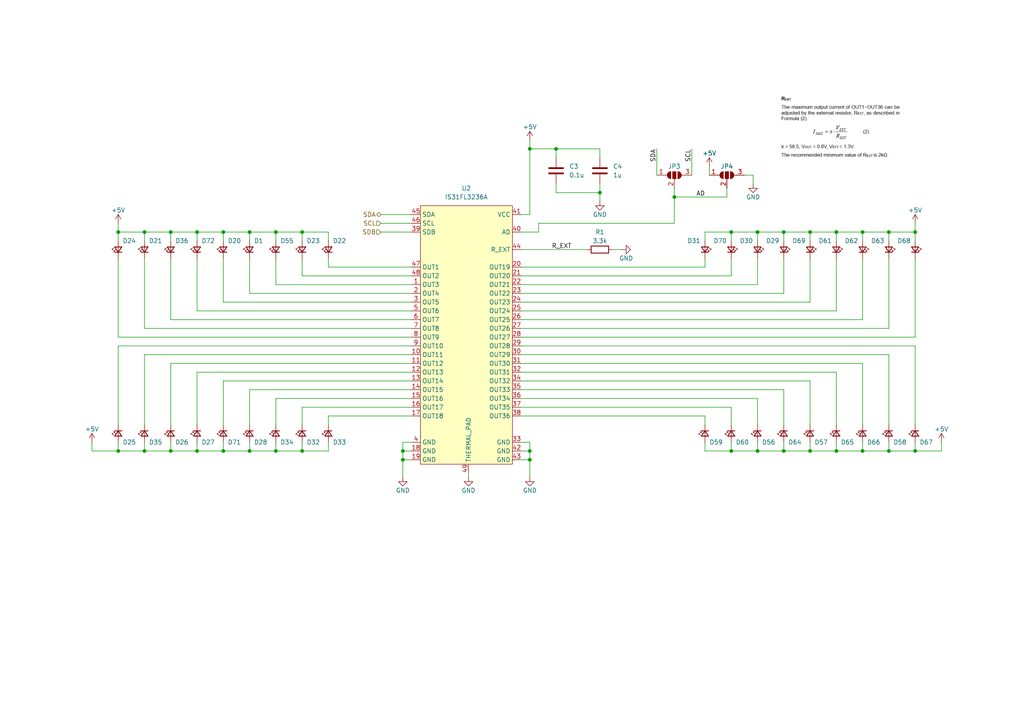
<source format=kicad_sch>
(kicad_sch (version 20211123) (generator eeschema)
  (paper "A4")
  (lib_symbols
    (symbol "Device:C" (pin_numbers hide) (pin_names (offset 0.254))
      (property "Reference" "C" (at 0.635 2.54 0))
      (property "Value" "C" (at 0.635 -2.54 0))
      (symbol "C_0_1"
        (polyline (pts (xy -2.032 -0.762) (xy 2.032 -0.762)) (stroke (width 0.508)))
        (polyline (pts (xy -2.032 0.762) (xy 2.032 0.762)) (stroke (width 0.508)))
      )
      (symbol "C_1_1"
        (pin passive line (at 0 3.81 270) (length 2.794) (name "~") (number "1"))
        (pin passive line (at 0 -3.81 90) (length 2.794) (name "~") (number "2"))
      )
    )
    (symbol "Device:LED_Small" (pin_numbers hide) (pin_names (offset 0.254) hide)
      (property "Reference" "D" (at -1.27 3.175 0))
      (property "Value" "LED_Small" (at -4.445 -2.54 0))
      (symbol "LED_Small_0_1"
        (polyline (pts (xy -0.762 -1.016) (xy -0.762 1.016)) (stroke (width 0.254)))
        (polyline (pts (xy 1.016 0) (xy -0.762 0)))
        (polyline (pts (xy 0.762 -1.016) (xy -0.762 0) (xy 0.762 1.016) (xy 0.762 -1.016)) (stroke (width 0.254)))
        (polyline (pts (xy 0 0.762) (xy -0.508 1.27) (xy -0.254 1.27) (xy -0.508 1.27) (xy -0.508 1.016)))
        (polyline (pts (xy 0.508 1.27) (xy 0 1.778) (xy 0.254 1.778) (xy 0 1.778) (xy 0 1.524)))
      )
      (symbol "LED_Small_1_1"
        (pin passive line (at -2.54 0 0) (length 1.778) (name "K") (number "1"))
        (pin passive line (at 2.54 0 180) (length 1.778) (name "A") (number "2"))
      )
    )
    (symbol "Device:R" (pin_numbers hide) (pin_names (offset 0))
      (property "Reference" "R" (at 2.032 0 90))
      (property "Value" "R" (at 0 0 90))
      (symbol "R_0_1"
        (rectangle (start -1.016 -2.54) (end 1.016 2.54) (stroke (width 0.254)))
      )
      (symbol "R_1_1"
        (pin passive line (at 0 3.81 270) (length 1.27) (name "~") (number "1"))
        (pin passive line (at 0 -3.81 90) (length 1.27) (name "~") (number "2"))
      )
    )
    (symbol "Jumper:SolderJumper_3_Open" (pin_names (offset 0) hide)
      (property "Reference" "JP" (at -2.54 -2.54 0))
      (property "Value" "SolderJumper_3_Open" (at 0 2.794 0))
      (symbol "SolderJumper_3_Open_0_1"
        (arc (start -1.016 1.016) (mid -2.032 0) (end -1.016 -1.016))
        (arc (start -1.016 1.016) (mid -2.032 0) (end -1.016 -1.016) (fill (type outline)))
        (rectangle (start -0.508 1.016) (end 0.508 -1.016) (fill (type outline)))
        (polyline (pts (xy -2.54 0) (xy -2.032 0)))
        (polyline (pts (xy -1.016 1.016) (xy -1.016 -1.016)))
        (polyline (pts (xy 0 -1.27) (xy 0 -1.016)))
        (polyline (pts (xy 1.016 1.016) (xy 1.016 -1.016)))
        (polyline (pts (xy 2.54 0) (xy 2.032 0)))
        (arc (start 1.016 -1.016) (mid 2.032 0) (end 1.016 1.016))
        (arc (start 1.016 -1.016) (mid 2.032 0) (end 1.016 1.016) (fill (type outline)))
      )
      (symbol "SolderJumper_3_Open_1_1"
        (pin passive line (at -5.08 0 0) (length 2.54) (name "A") (number "1"))
        (pin passive line (at 0 -3.81 90) (length 2.54) (name "C") (number "2"))
        (pin passive line (at 5.08 0 180) (length 2.54) (name "B") (number "3"))
      )
    )
    (symbol "WHL0137-LS:IS31FL3236A"
      (property "Reference" "U" (at 13.97 3.81 0))
      (property "Value" "IS31FL3236A" (at 13.97 1.27 0))
      (symbol "IS31FL3236A_0_0"
        (pin output line (at -2.54 -43.18 0) (length 2.54) (name "OUT11") (number "10"))
        (pin output line (at -2.54 -45.72 0) (length 2.54) (name "OUT12") (number "11"))
        (pin output line (at -2.54 -48.26 0) (length 2.54) (name "OUT13") (number "12"))
        (pin output line (at -2.54 -50.8 0) (length 2.54) (name "OUT14") (number "13"))
        (pin output line (at -2.54 -53.34 0) (length 2.54) (name "OUT15") (number "14"))
        (pin output line (at -2.54 -55.88 0) (length 2.54) (name "OUT16") (number "15"))
        (pin output line (at -2.54 -58.42 0) (length 2.54) (name "OUT17") (number "16"))
        (pin output line (at -2.54 -60.96 0) (length 2.54) (name "OUT18") (number "17"))
        (pin passive line (at -2.54 -71.12 0) (length 2.54) (name "GND") (number "18"))
        (pin passive line (at -2.54 -73.66 0) (length 2.54) (name "GND") (number "19"))
        (pin output line (at 29.21 -17.78 180) (length 2.54) (name "OUT19") (number "20"))
        (pin output line (at 29.21 -20.32 180) (length 2.54) (name "OUT20") (number "21"))
        (pin output line (at 29.21 -22.86 180) (length 2.54) (name "OUT21") (number "22"))
        (pin output line (at 29.21 -25.4 180) (length 2.54) (name "OUT22") (number "23"))
        (pin output line (at 29.21 -27.94 180) (length 2.54) (name "OUT23") (number "24"))
        (pin output line (at 29.21 -30.48 180) (length 2.54) (name "OUT24") (number "25"))
        (pin output line (at 29.21 -33.02 180) (length 2.54) (name "OUT25") (number "26"))
        (pin output line (at 29.21 -35.56 180) (length 2.54) (name "OUT26") (number "27"))
        (pin output line (at 29.21 -38.1 180) (length 2.54) (name "OUT27") (number "28"))
        (pin output line (at 29.21 -40.64 180) (length 2.54) (name "OUT28") (number "29"))
        (pin output line (at 29.21 -43.18 180) (length 2.54) (name "OUT29") (number "30"))
        (pin output line (at 29.21 -45.72 180) (length 2.54) (name "OUT30") (number "31"))
        (pin output line (at 29.21 -48.26 180) (length 2.54) (name "OUT31") (number "32"))
        (pin passive line (at 29.21 -68.58 180) (length 2.54) (name "GND") (number "33"))
        (pin output line (at 29.21 -50.8 180) (length 2.54) (name "OUT32") (number "34"))
        (pin output line (at 29.21 -53.34 180) (length 2.54) (name "OUT33") (number "35"))
        (pin output line (at 29.21 -55.88 180) (length 2.54) (name "OUT34") (number "36"))
        (pin output line (at 29.21 -58.42 180) (length 2.54) (name "OUT35") (number "37"))
        (pin output line (at 29.21 -60.96 180) (length 2.54) (name "OUT36") (number "38"))
        (pin input line (at -2.54 -7.62 0) (length 2.54) (name "SDB") (number "39"))
        (pin passive line (at -2.54 -68.58 0) (length 2.54) (name "GND") (number "4"))
        (pin input line (at 29.21 -7.62 180) (length 2.54) (name "AD") (number "40"))
        (pin power_in line (at 29.21 -2.54 180) (length 2.54) (name "VCC") (number "41"))
        (pin passive line (at 29.21 -71.12 180) (length 2.54) (name "GND") (number "42"))
        (pin passive line (at 29.21 -73.66 180) (length 2.54) (name "GND") (number "43"))
        (pin passive line (at 29.21 -12.7 180) (length 2.54) (name "R_EXT") (number "44"))
        (pin bidirectional line (at -2.54 -2.54 0) (length 2.54) (name "SDA") (number "45"))
        (pin input line (at -2.54 -5.08 0) (length 2.54) (name "SCL") (number "46"))
        (pin output line (at -2.54 -17.78 0) (length 2.54) (name "OUT1") (number "47"))
        (pin output line (at -2.54 -20.32 0) (length 2.54) (name "OUT2") (number "48"))
        (pin output line (at -2.54 -30.48 0) (length 2.54) (name "OUT6") (number "5"))
        (pin output line (at -2.54 -33.02 0) (length 2.54) (name "OUT7") (number "6"))
        (pin output line (at -2.54 -35.56 0) (length 2.54) (name "OUT8") (number "7"))
        (pin output line (at -2.54 -38.1 0) (length 2.54) (name "OUT9") (number "8"))
        (pin output line (at -2.54 -40.64 0) (length 2.54) (name "OUT10") (number "9"))
      )
      (symbol "IS31FL3236A_0_1"
        (rectangle (start 0 0) (end 26.67 -74.93) (fill (type background)))
      )
      (symbol "IS31FL3236A_1_1"
        (pin output line (at -2.54 -22.86 0) (length 2.54) (name "OUT3") (number "1"))
        (pin output line (at -2.54 -25.4 0) (length 2.54) (name "OUT4") (number "2"))
        (pin output line (at -2.54 -27.94 0) (length 2.54) (name "OUT5") (number "3"))
        (pin passive line (at 13.97 -77.47 90) (length 2.54) (name "THERMAL_PAD") (number "49"))
      )
    )
    (symbol "power:+5V" (power) (pin_names (offset 0))
      (property "Value" "+5V" (at 0 3.556 0))
      (symbol "+5V_0_1"
        (polyline (pts (xy -0.762 1.27) (xy 0 2.54)))
        (polyline (pts (xy 0 0) (xy 0 2.54)))
        (polyline (pts (xy 0 2.54) (xy 0.762 1.27)))
      )
      (symbol "+5V_1_1"
        (pin power_in line (at 0 0 90) (length 0) hide (name "+5V") (number "1"))
      )
    )
    (symbol "power:GND" (power) (pin_names (offset 0))
      (property "Value" "GND" (at 0 -3.81 0))
      (symbol "GND_0_1"
        (polyline (pts (xy 0 0) (xy 0 -1.27) (xy 1.27 -1.27) (xy 0 -2.54) (xy -1.27 -1.27) (xy 0 -1.27)))
      )
      (symbol "GND_1_1"
        (pin power_in line (at 0 0 270) (length 0) hide (name "GND") (number "1"))
      )
    )
  )
  (junction (at 227.33 67.31))
  (junction (at 72.39 130.81))
  (junction (at 219.71 130.81))
  (junction (at 173.99 55.88))
  (junction (at 161.29 43.18))
  (junction (at 41.91 67.31))
  (junction (at 41.91 130.81))
  (junction (at 87.63 67.31))
  (junction (at 257.81 130.81))
  (junction (at 153.67 130.81))
  (junction (at 234.95 130.81))
  (junction (at 80.01 130.81))
  (junction (at 72.39 67.31))
  (junction (at 212.09 130.81))
  (junction (at 64.77 130.81))
  (junction (at 257.81 67.31))
  (junction (at 64.77 67.31))
  (junction (at 234.95 67.31))
  (junction (at 116.84 130.81))
  (junction (at 219.71 67.31))
  (junction (at 227.33 130.81))
  (junction (at 153.67 133.35))
  (junction (at 242.57 130.81))
  (junction (at 87.63 130.81))
  (junction (at 34.29 67.31))
  (junction (at 80.01 67.31))
  (junction (at 265.43 130.81))
  (junction (at 250.19 130.81))
  (junction (at 57.15 67.31))
  (junction (at 49.53 67.31))
  (junction (at 49.53 130.81))
  (junction (at 242.57 67.31))
  (junction (at 116.84 133.35))
  (junction (at 34.29 130.81))
  (junction (at 195.58 57.15))
  (junction (at 153.67 43.18))
  (junction (at 250.19 67.31))
  (junction (at 265.43 67.31))
  (junction (at 212.09 67.31))
  (junction (at 57.15 130.81))
  (wire (pts (xy 177.8 72.39) (xy 180.34 72.39)))
  (wire (pts (xy 87.63 118.11) (xy 87.63 123.19)))
  (wire (pts (xy 49.53 92.71) (xy 119.38 92.71)))
  (wire (pts (xy 161.29 55.88) (xy 161.29 53.34)))
  (wire (pts (xy 87.63 80.01) (xy 87.63 74.93)))
  (wire (pts (xy 153.67 133.35) (xy 153.67 130.81)))
  (wire (pts (xy 234.95 67.31) (xy 242.57 67.31)))
  (wire (pts (xy 87.63 67.31) (xy 80.01 67.31)))
  (wire (pts (xy 119.38 118.11) (xy 87.63 118.11)))
  (wire (pts (xy 95.25 120.65) (xy 119.38 120.65)))
  (wire (pts (xy 49.53 105.41) (xy 119.38 105.41)))
  (wire (pts (xy 57.15 67.31) (xy 49.53 67.31)))
  (wire (pts (xy 80.01 115.57) (xy 119.38 115.57)))
  (wire (pts (xy 64.77 130.81) (xy 64.77 128.27)))
  (wire (pts (xy 95.25 77.47) (xy 119.38 77.47)))
  (wire (pts (xy 204.47 120.65) (xy 151.13 120.65)))
  (wire (pts (xy 257.81 67.31) (xy 265.43 67.31)))
  (wire (pts (xy 242.57 107.95) (xy 242.57 123.19)))
  (wire (pts (xy 212.09 80.01) (xy 212.09 74.93)))
  (wire (pts (xy 116.84 130.81) (xy 116.84 128.27)))
  (wire (pts (xy 135.89 137.16) (xy 135.89 138.43)))
  (wire (pts (xy 234.95 130.81) (xy 242.57 130.81)))
  (wire (pts (xy 173.99 55.88) (xy 161.29 55.88)))
  (wire (pts (xy 57.15 130.81) (xy 57.15 128.27)))
  (wire (pts (xy 119.38 107.95) (xy 57.15 107.95)))
  (wire (pts (xy 212.09 130.81) (xy 219.71 130.81)))
  (wire (pts (xy 257.81 102.87) (xy 257.81 123.19)))
  (wire (pts (xy 110.49 62.23) (xy 119.38 62.23)))
  (wire (pts (xy 80.01 130.81) (xy 80.01 128.27)))
  (wire (pts (xy 173.99 53.34) (xy 173.99 55.88)))
  (wire (pts (xy 41.91 102.87) (xy 41.91 123.19)))
  (wire (pts (xy 151.13 85.09) (xy 227.33 85.09)))
  (wire (pts (xy 151.13 118.11) (xy 212.09 118.11)))
  (wire (pts (xy 153.67 43.18) (xy 153.67 40.64)))
  (wire (pts (xy 87.63 130.81) (xy 87.63 128.27)))
  (wire (pts (xy 151.13 130.81) (xy 153.67 130.81)))
  (wire (pts (xy 119.38 110.49) (xy 64.77 110.49)))
  (wire (pts (xy 57.15 90.17) (xy 57.15 74.93)))
  (wire (pts (xy 273.05 130.81) (xy 265.43 130.81)))
  (wire (pts (xy 204.47 123.19) (xy 204.47 120.65)))
  (wire (pts (xy 153.67 128.27) (xy 151.13 128.27)))
  (wire (pts (xy 204.47 77.47) (xy 151.13 77.47)))
  (wire (pts (xy 34.29 67.31) (xy 34.29 69.85)))
  (wire (pts (xy 204.47 67.31) (xy 212.09 67.31)))
  (wire (pts (xy 242.57 130.81) (xy 242.57 128.27)))
  (wire (pts (xy 227.33 130.81) (xy 234.95 130.81)))
  (wire (pts (xy 72.39 130.81) (xy 72.39 128.27)))
  (wire (pts (xy 219.71 123.19) (xy 219.71 115.57)))
  (wire (pts (xy 64.77 87.63) (xy 64.77 74.93)))
  (wire (pts (xy 156.21 64.77) (xy 195.58 64.77)))
  (wire (pts (xy 273.05 128.27) (xy 273.05 130.81)))
  (wire (pts (xy 64.77 130.81) (xy 57.15 130.81)))
  (wire (pts (xy 116.84 133.35) (xy 116.84 130.81)))
  (wire (pts (xy 49.53 130.81) (xy 41.91 130.81)))
  (wire (pts (xy 26.67 128.27) (xy 26.67 130.81)))
  (wire (pts (xy 49.53 123.19) (xy 49.53 105.41)))
  (wire (pts (xy 119.38 95.25) (xy 41.91 95.25)))
  (wire (pts (xy 41.91 67.31) (xy 34.29 67.31)))
  (wire (pts (xy 72.39 85.09) (xy 72.39 74.93)))
  (wire (pts (xy 119.38 133.35) (xy 116.84 133.35)))
  (wire (pts (xy 250.19 130.81) (xy 250.19 128.27)))
  (wire (pts (xy 49.53 67.31) (xy 49.53 69.85)))
  (wire (pts (xy 219.71 67.31) (xy 219.71 69.85)))
  (wire (pts (xy 151.13 87.63) (xy 234.95 87.63)))
  (wire (pts (xy 119.38 113.03) (xy 72.39 113.03)))
  (wire (pts (xy 95.25 69.85) (xy 95.25 67.31)))
  (wire (pts (xy 227.33 67.31) (xy 234.95 67.31)))
  (wire (pts (xy 116.84 138.43) (xy 116.84 133.35)))
  (wire (pts (xy 95.25 123.19) (xy 95.25 120.65)))
  (wire (pts (xy 200.66 43.18) (xy 200.66 50.8)))
  (wire (pts (xy 72.39 67.31) (xy 72.39 69.85)))
  (wire (pts (xy 161.29 43.18) (xy 161.29 45.72)))
  (wire (pts (xy 173.99 45.72) (xy 173.99 43.18)))
  (wire (pts (xy 210.82 54.61) (xy 210.82 57.15)))
  (wire (pts (xy 204.47 74.93) (xy 204.47 77.47)))
  (wire (pts (xy 212.09 130.81) (xy 212.09 128.27)))
  (wire (pts (xy 119.38 130.81) (xy 116.84 130.81)))
  (wire (pts (xy 34.29 130.81) (xy 34.29 128.27)))
  (wire (pts (xy 119.38 80.01) (xy 87.63 80.01)))
  (wire (pts (xy 41.91 67.31) (xy 41.91 69.85)))
  (wire (pts (xy 210.82 57.15) (xy 195.58 57.15)))
  (wire (pts (xy 173.99 43.18) (xy 161.29 43.18)))
  (wire (pts (xy 151.13 113.03) (xy 227.33 113.03)))
  (wire (pts (xy 195.58 57.15) (xy 195.58 64.77)))
  (wire (pts (xy 242.57 90.17) (xy 242.57 74.93)))
  (wire (pts (xy 265.43 100.33) (xy 265.43 123.19)))
  (wire (pts (xy 34.29 97.79) (xy 34.29 74.93)))
  (wire (pts (xy 151.13 97.79) (xy 265.43 97.79)))
  (wire (pts (xy 242.57 67.31) (xy 250.19 67.31)))
  (wire (pts (xy 57.15 67.31) (xy 57.15 69.85)))
  (wire (pts (xy 250.19 92.71) (xy 151.13 92.71)))
  (wire (pts (xy 80.01 67.31) (xy 80.01 69.85)))
  (wire (pts (xy 190.5 43.18) (xy 190.5 50.8)))
  (wire (pts (xy 234.95 87.63) (xy 234.95 74.93)))
  (wire (pts (xy 49.53 67.31) (xy 41.91 67.31)))
  (wire (pts (xy 119.38 85.09) (xy 72.39 85.09)))
  (wire (pts (xy 41.91 130.81) (xy 34.29 130.81)))
  (wire (pts (xy 219.71 130.81) (xy 219.71 128.27)))
  (wire (pts (xy 87.63 130.81) (xy 80.01 130.81)))
  (wire (pts (xy 156.21 67.31) (xy 156.21 64.77)))
  (wire (pts (xy 219.71 115.57) (xy 151.13 115.57)))
  (wire (pts (xy 49.53 130.81) (xy 49.53 128.27)))
  (wire (pts (xy 242.57 130.81) (xy 250.19 130.81)))
  (wire (pts (xy 195.58 54.61) (xy 195.58 57.15)))
  (wire (pts (xy 57.15 107.95) (xy 57.15 123.19)))
  (wire (pts (xy 250.19 67.31) (xy 250.19 69.85)))
  (wire (pts (xy 227.33 113.03) (xy 227.33 123.19)))
  (wire (pts (xy 151.13 67.31) (xy 156.21 67.31)))
  (wire (pts (xy 151.13 95.25) (xy 257.81 95.25)))
  (wire (pts (xy 215.9 50.8) (xy 218.44 50.8)))
  (wire (pts (xy 72.39 130.81) (xy 64.77 130.81)))
  (wire (pts (xy 80.01 130.81) (xy 72.39 130.81)))
  (wire (pts (xy 119.38 100.33) (xy 34.29 100.33)))
  (wire (pts (xy 119.38 90.17) (xy 57.15 90.17)))
  (wire (pts (xy 257.81 130.81) (xy 257.81 128.27)))
  (wire (pts (xy 204.47 130.81) (xy 212.09 130.81)))
  (wire (pts (xy 219.71 67.31) (xy 227.33 67.31)))
  (wire (pts (xy 151.13 110.49) (xy 234.95 110.49)))
  (wire (pts (xy 265.43 97.79) (xy 265.43 74.93)))
  (wire (pts (xy 80.01 82.55) (xy 119.38 82.55)))
  (wire (pts (xy 153.67 62.23) (xy 153.67 43.18)))
  (wire (pts (xy 265.43 67.31) (xy 265.43 69.85)))
  (wire (pts (xy 119.38 97.79) (xy 34.29 97.79)))
  (wire (pts (xy 41.91 95.25) (xy 41.91 74.93)))
  (wire (pts (xy 95.25 67.31) (xy 87.63 67.31)))
  (wire (pts (xy 57.15 130.81) (xy 49.53 130.81)))
  (wire (pts (xy 257.81 67.31) (xy 257.81 69.85)))
  (wire (pts (xy 151.13 107.95) (xy 242.57 107.95)))
  (wire (pts (xy 153.67 130.81) (xy 153.67 128.27)))
  (wire (pts (xy 153.67 138.43) (xy 153.67 133.35)))
  (wire (pts (xy 72.39 67.31) (xy 64.77 67.31)))
  (wire (pts (xy 265.43 64.77) (xy 265.43 67.31)))
  (wire (pts (xy 151.13 62.23) (xy 153.67 62.23)))
  (wire (pts (xy 250.19 105.41) (xy 250.19 123.19)))
  (wire (pts (xy 34.29 64.77) (xy 34.29 67.31)))
  (wire (pts (xy 110.49 67.31) (xy 119.38 67.31)))
  (wire (pts (xy 116.84 128.27) (xy 119.38 128.27)))
  (wire (pts (xy 250.19 130.81) (xy 257.81 130.81)))
  (wire (pts (xy 80.01 123.19) (xy 80.01 115.57)))
  (wire (pts (xy 212.09 67.31) (xy 212.09 69.85)))
  (wire (pts (xy 151.13 80.01) (xy 212.09 80.01)))
  (wire (pts (xy 64.77 67.31) (xy 57.15 67.31)))
  (wire (pts (xy 257.81 95.25) (xy 257.81 74.93)))
  (wire (pts (xy 151.13 72.39) (xy 170.18 72.39)))
  (wire (pts (xy 72.39 113.03) (xy 72.39 123.19)))
  (wire (pts (xy 110.49 64.77) (xy 119.38 64.77)))
  (wire (pts (xy 204.47 128.27) (xy 204.47 130.81)))
  (wire (pts (xy 151.13 90.17) (xy 242.57 90.17)))
  (wire (pts (xy 173.99 55.88) (xy 173.99 58.42)))
  (wire (pts (xy 250.19 74.93) (xy 250.19 92.71)))
  (wire (pts (xy 151.13 133.35) (xy 153.67 133.35)))
  (wire (pts (xy 250.19 67.31) (xy 257.81 67.31)))
  (wire (pts (xy 49.53 74.93) (xy 49.53 92.71)))
  (wire (pts (xy 227.33 67.31) (xy 227.33 69.85)))
  (wire (pts (xy 80.01 74.93) (xy 80.01 82.55)))
  (wire (pts (xy 219.71 130.81) (xy 227.33 130.81)))
  (wire (pts (xy 205.74 48.26) (xy 205.74 50.8)))
  (wire (pts (xy 234.95 110.49) (xy 234.95 123.19)))
  (wire (pts (xy 87.63 67.31) (xy 87.63 69.85)))
  (wire (pts (xy 95.25 74.93) (xy 95.25 77.47)))
  (wire (pts (xy 95.25 130.81) (xy 87.63 130.81)))
  (wire (pts (xy 250.19 105.41) (xy 151.13 105.41)))
  (wire (pts (xy 227.33 130.81) (xy 227.33 128.27)))
  (wire (pts (xy 219.71 74.93) (xy 219.71 82.55)))
  (wire (pts (xy 26.67 130.81) (xy 34.29 130.81)))
  (wire (pts (xy 119.38 87.63) (xy 64.77 87.63)))
  (wire (pts (xy 204.47 69.85) (xy 204.47 67.31)))
  (wire (pts (xy 64.77 67.31) (xy 64.77 69.85)))
  (wire (pts (xy 218.44 50.8) (xy 218.44 53.34)))
  (wire (pts (xy 151.13 100.33) (xy 265.43 100.33)))
  (wire (pts (xy 80.01 67.31) (xy 72.39 67.31)))
  (wire (pts (xy 265.43 130.81) (xy 265.43 128.27)))
  (wire (pts (xy 95.25 128.27) (xy 95.25 130.81)))
  (wire (pts (xy 41.91 130.81) (xy 41.91 128.27)))
  (wire (pts (xy 234.95 130.81) (xy 234.95 128.27)))
  (wire (pts (xy 34.29 100.33) (xy 34.29 123.19)))
  (wire (pts (xy 64.77 110.49) (xy 64.77 123.19)))
  (wire (pts (xy 257.81 130.81) (xy 265.43 130.81)))
  (wire (pts (xy 227.33 85.09) (xy 227.33 74.93)))
  (wire (pts (xy 234.95 67.31) (xy 234.95 69.85)))
  (wire (pts (xy 153.67 43.18) (xy 161.29 43.18)))
  (wire (pts (xy 212.09 67.31) (xy 219.71 67.31)))
  (wire (pts (xy 219.71 82.55) (xy 151.13 82.55)))
  (wire (pts (xy 242.57 67.31) (xy 242.57 69.85)))
  (wire (pts (xy 212.09 118.11) (xy 212.09 123.19)))
  (wire (pts (xy 119.38 102.87) (xy 41.91 102.87)))
  (wire (pts (xy 151.13 102.87) (xy 257.81 102.87)))
  (image (at 243.84 36.83))
  (label "SDA" (at 190.5 46.99 90))
  (label "AD" (at 201.93 57.15 0))
  (label "R_EXT" (at 160.02 72.39 0))
  (label "SCL" (at 200.66 46.99 90))
  (hierarchical_label "SDA" (shape bidirectional) (at 110.49 62.23 180))
  (hierarchical_label "SDB" (shape input) (at 110.49 67.31 180))
  (hierarchical_label "SCL" (shape input) (at 110.49 64.77 180))
  (symbol (lib_id "Device:LED_Small") (at 64.77 125.73 90) (mirror x) (unit 1)
    (property "Reference" "D71" (at 66.04 128.27 90) (effects (justify right)))
    (property "Value" "LED_Small" (effects hide))
    (property "Footprint" "LED_THT:LED_D5.0mm" (effects hide))
  )
  (symbol (lib_id "power:+5V") (at 153.67 40.64 0) (unit 1)
    (property "Reference" "#PWR05" (effects hide))
    (property "Value" "+5V" (at 153.67 36.83 0))
  )
  (symbol (lib_id "Device:LED_Small") (at 72.39 125.73 90) (mirror x) (unit 1)
    (property "Reference" "D28" (at 73.66 128.27 90) (effects (justify right)))
    (property "Value" "LED_Small" (effects hide))
    (property "Footprint" "LED_THT:LED_D5.0mm" (effects hide))
  )
  (symbol (lib_id "Device:C") (at 161.29 49.53 0) (unit 1)
    (property "Reference" "C3" (at 165.1 48.2599 0) (effects (justify left)))
    (property "Value" "0.1u" (at 165.1 50.7999 0) (effects (justify left)))
    (property "Footprint" "Capacitor_SMD:C_0805_2012Metric" (effects hide))
  )
  (symbol (lib_id "Device:LED_Small") (at 72.39 72.39 90) (unit 1)
    (property "Reference" "D1" (at 73.66 69.85 90) (effects (justify right)))
    (property "Value" "LED_Small" (effects hide))
    (property "Footprint" "LED_THT:LED_D5.0mm" (effects hide))
  )
  (symbol (lib_id "Device:LED_Small") (at 95.25 125.73 90) (mirror x) (unit 1)
    (property "Reference" "D33" (at 96.52 128.27 90) (effects (justify right)))
    (property "Value" "LED_Small" (effects hide))
    (property "Footprint" "LED_THT:LED_D5.0mm" (effects hide))
  )
  (symbol (lib_id "power:GND") (at 180.34 72.39 90) (unit 1)
    (property "Reference" "#PWR020" (effects hide))
    (property "Value" "GND" (at 181.61 74.93 90))
  )
  (symbol (lib_id "Device:C") (at 173.99 49.53 0) (unit 1)
    (property "Reference" "C4" (at 177.8 48.2599 0) (effects (justify left)))
    (property "Value" "1u" (at 177.8 50.7999 0) (effects (justify left)))
    (property "Footprint" "Capacitor_SMD:C_0805_2012Metric" (effects hide))
  )
  (symbol (lib_id "Device:LED_Small") (at 242.57 125.73 90) (mirror x) (unit 1)
    (property "Reference" "D65" (at 243.84 128.27 90) (effects (justify right)))
    (property "Value" "LED_Small" (effects hide))
    (property "Footprint" "LED_THT:LED_D5.0mm" (effects hide))
  )
  (symbol (lib_id "power:+5V") (at 26.67 128.27 0) (unit 1)
    (property "Reference" "#PWR01" (effects hide))
    (property "Value" "+5V" (at 26.67 124.46 0))
  )
  (symbol (lib_id "power:GND") (at 218.44 53.34 0) (unit 1)
    (property "Reference" "#PWR022" (effects hide))
    (property "Value" "GND" (at 218.44 57.15 0))
  )
  (symbol (lib_id "Device:LED_Small") (at 257.81 125.73 90) (mirror x) (unit 1)
    (property "Reference" "D58" (at 259.08 128.27 90) (effects (justify right)))
    (property "Value" "LED_Small" (effects hide))
    (property "Footprint" "LED_THT:LED_D5.0mm" (effects hide))
  )
  (symbol (lib_id "Device:LED_Small") (at 87.63 125.73 90) (mirror x) (unit 1)
    (property "Reference" "D32" (at 88.9 128.27 90) (effects (justify right)))
    (property "Value" "LED_Small" (effects hide))
    (property "Footprint" "LED_THT:LED_D5.0mm" (effects hide))
  )
  (symbol (lib_id "Device:LED_Small") (at 250.19 125.73 90) (mirror x) (unit 1)
    (property "Reference" "D66" (at 251.46 128.27 90) (effects (justify right)))
    (property "Value" "LED_Small" (effects hide))
    (property "Footprint" "LED_THT:LED_D5.0mm" (effects hide))
  )
  (symbol (lib_id "power:+5V") (at 273.05 128.27 0) (mirror y) (unit 1)
    (property "Reference" "#PWR024" (effects hide))
    (property "Value" "+5V" (at 273.05 124.46 0))
  )
  (symbol (lib_id "Device:LED_Small") (at 257.81 72.39 270) (mirror x) (unit 1)
    (property "Reference" "D63" (at 256.54 69.85 90) (effects (justify right)))
    (property "Value" "LED_Small" (effects hide))
    (property "Footprint" "LED_THT:LED_D5.0mm" (effects hide))
  )
  (symbol (lib_id "power:GND") (at 116.84 138.43 0) (mirror y) (unit 1)
    (property "Reference" "#PWR03" (effects hide))
    (property "Value" "GND" (at 116.84 142.24 0))
  )
  (symbol (lib_id "Device:LED_Small") (at 242.57 72.39 270) (mirror x) (unit 1)
    (property "Reference" "D61" (at 241.3 69.85 90) (effects (justify right)))
    (property "Value" "LED_Small" (effects hide))
    (property "Footprint" "LED_THT:LED_D5.0mm" (effects hide))
  )
  (symbol (lib_id "Device:LED_Small") (at 57.15 72.39 90) (unit 1)
    (property "Reference" "D72" (at 58.42 69.85 90) (effects (justify right)))
    (property "Value" "LED_Small" (effects hide))
    (property "Footprint" "LED_THT:LED_D5.0mm" (effects hide))
  )
  (symbol (lib_id "Device:LED_Small") (at 250.19 72.39 270) (mirror x) (unit 1)
    (property "Reference" "D62" (at 248.92 69.85 90) (effects (justify right)))
    (property "Value" "LED_Small" (effects hide))
    (property "Footprint" "LED_THT:LED_D5.0mm" (effects hide))
  )
  (symbol (lib_id "WHL0137-LS:IS31FL3236A") (at 121.92 59.69 0) (unit 1)
    (property "Reference" "U2" (at 135.255 54.61 0))
    (property "Value" "IS31FL3236A" (at 135.255 57.15 0))
    (property "Footprint" "Package_QFP:TQFP-48-1EP_7x7mm_P0.5mm_EP5x5mm_ThermalVias" (effects hide))
  )
  (symbol (lib_id "Device:LED_Small") (at 41.91 125.73 90) (mirror x) (unit 1)
    (property "Reference" "D35" (at 43.18 128.27 90) (effects (justify right)))
    (property "Value" "LED_Small" (effects hide))
    (property "Footprint" "LED_THT:LED_D5.0mm" (effects hide))
  )
  (symbol (lib_id "power:GND") (at 153.67 138.43 0) (unit 1)
    (property "Reference" "#PWR018" (effects hide))
    (property "Value" "GND" (at 153.67 142.24 0))
  )
  (symbol (lib_id "Device:LED_Small") (at 80.01 72.39 90) (unit 1)
    (property "Reference" "D55" (at 81.28 69.85 90) (effects (justify right)))
    (property "Value" "LED_Small" (effects hide))
    (property "Footprint" "LED_THT:LED_D5.0mm" (effects hide))
  )
  (symbol (lib_id "Device:LED_Small") (at 87.63 72.39 90) (unit 1)
    (property "Reference" "D23" (at 88.9 69.85 90) (effects (justify right)))
    (property "Value" "LED_Small" (effects hide))
    (property "Footprint" "LED_THT:LED_D5.0mm" (effects hide))
  )
  (symbol (lib_id "Device:LED_Small") (at 204.47 72.39 270) (mirror x) (unit 1)
    (property "Reference" "D31" (at 203.2 69.85 90) (effects (justify right)))
    (property "Value" "LED_Small" (effects hide))
    (property "Footprint" "LED_THT:LED_D5.0mm" (effects hide))
  )
  (symbol (lib_id "Device:LED_Small") (at 219.71 72.39 270) (mirror x) (unit 1)
    (property "Reference" "D30" (at 218.44 69.85 90) (effects (justify right)))
    (property "Value" "LED_Small" (effects hide))
    (property "Footprint" "LED_THT:LED_D5.0mm" (effects hide))
  )
  (symbol (lib_id "Device:LED_Small") (at 80.01 125.73 90) (mirror x) (unit 1)
    (property "Reference" "D34" (at 81.28 128.27 90) (effects (justify right)))
    (property "Value" "LED_Small" (effects hide))
    (property "Footprint" "LED_THT:LED_D5.0mm" (effects hide))
  )
  (symbol (lib_id "Device:LED_Small") (at 227.33 72.39 270) (mirror x) (unit 1)
    (property "Reference" "D29" (at 226.06 69.85 90) (effects (justify right)))
    (property "Value" "LED_Small" (effects hide))
    (property "Footprint" "LED_THT:LED_D5.0mm" (effects hide))
  )
  (symbol (lib_id "Device:LED_Small") (at 49.53 125.73 90) (mirror x) (unit 1)
    (property "Reference" "D26" (at 50.8 128.27 90) (effects (justify right)))
    (property "Value" "LED_Small" (effects hide))
    (property "Footprint" "LED_THT:LED_D5.0mm" (effects hide))
  )
  (symbol (lib_id "Jumper:SolderJumper_3_Open") (at 195.58 50.8 0) (unit 1)
    (property "Reference" "JP3" (at 195.58 48.26 0))
    (property "Value" "SolderJumper_3_Open" (effects hide))
    (property "Footprint" "Jumper:SolderJumper-3_P2.0mm_Open_TrianglePad1.0x1.5mm_NumberLabels" (effects hide))
  )
  (symbol (lib_id "Device:LED_Small") (at 265.43 72.39 270) (mirror x) (unit 1)
    (property "Reference" "D68" (at 264.16 69.85 90) (effects (justify right)))
    (property "Value" "LED_Small" (effects hide))
    (property "Footprint" "LED_THT:LED_D5.0mm" (effects hide))
  )
  (symbol (lib_id "Device:LED_Small") (at 212.09 125.73 90) (mirror x) (unit 1)
    (property "Reference" "D60" (at 213.36 128.27 90) (effects (justify right)))
    (property "Value" "LED_Small" (effects hide))
    (property "Footprint" "LED_THT:LED_D5.0mm" (effects hide))
  )
  (symbol (lib_id "Device:LED_Small") (at 212.09 72.39 270) (mirror x) (unit 1)
    (property "Reference" "D70" (at 210.82 69.85 90) (effects (justify right)))
    (property "Value" "LED_Small" (effects hide))
    (property "Footprint" "LED_THT:LED_D5.0mm" (effects hide))
  )
  (symbol (lib_id "Device:LED_Small") (at 41.91 72.39 90) (unit 1)
    (property "Reference" "D21" (at 43.18 69.85 90) (effects (justify right)))
    (property "Value" "LED_Small" (effects hide))
    (property "Footprint" "LED_THT:LED_D5.0mm" (effects hide))
  )
  (symbol (lib_id "Device:LED_Small") (at 57.15 125.73 90) (mirror x) (unit 1)
    (property "Reference" "D27" (at 58.42 128.27 90) (effects (justify right)))
    (property "Value" "LED_Small" (effects hide))
    (property "Footprint" "LED_THT:LED_D5.0mm" (effects hide))
  )
  (symbol (lib_id "Device:LED_Small") (at 95.25 72.39 90) (unit 1)
    (property "Reference" "D22" (at 96.52 69.85 90) (effects (justify right)))
    (property "Value" "LED_Small" (effects hide))
    (property "Footprint" "LED_THT:LED_D5.0mm" (effects hide))
  )
  (symbol (lib_id "Device:LED_Small") (at 34.29 72.39 90) (unit 1)
    (property "Reference" "D24" (at 35.56 69.85 90) (effects (justify right)))
    (property "Value" "LED_Small" (effects hide))
    (property "Footprint" "LED_THT:LED_D5.0mm" (effects hide))
  )
  (symbol (lib_id "Device:LED_Small") (at 265.43 125.73 90) (mirror x) (unit 1)
    (property "Reference" "D67" (at 266.7 128.27 90) (effects (justify right)))
    (property "Value" "LED_Small" (effects hide))
    (property "Footprint" "LED_THT:LED_D5.0mm" (effects hide))
  )
  (symbol (lib_id "Jumper:SolderJumper_3_Open") (at 210.82 50.8 0) (unit 1)
    (property "Reference" "JP4" (at 210.82 48.26 0))
    (property "Value" "SolderJumper_3_Open" (effects hide))
    (property "Footprint" "Jumper:SolderJumper-3_P2.0mm_Open_TrianglePad1.0x1.5mm_NumberLabels" (effects hide))
  )
  (symbol (lib_id "power:GND") (at 135.89 138.43 0) (unit 1)
    (property "Reference" "#PWR04" (effects hide))
    (property "Value" "GND" (at 135.89 142.24 0))
  )
  (symbol (lib_id "power:GND") (at 173.99 58.42 0) (mirror y) (unit 1)
    (property "Reference" "#PWR019" (effects hide))
    (property "Value" "GND" (at 173.99 62.23 0))
  )
  (symbol (lib_id "power:+5V") (at 265.43 64.77 0) (unit 1)
    (property "Reference" "#PWR023" (effects hide))
    (property "Value" "+5V" (at 265.43 60.96 0))
  )
  (symbol (lib_id "Device:LED_Small") (at 234.95 125.73 90) (mirror x) (unit 1)
    (property "Reference" "D57" (at 236.22 128.27 90) (effects (justify right)))
    (property "Value" "LED_Small" (effects hide))
    (property "Footprint" "LED_THT:LED_D5.0mm" (effects hide))
  )
  (symbol (lib_id "Device:LED_Small") (at 34.29 125.73 90) (mirror x) (unit 1)
    (property "Reference" "D25" (at 35.56 128.27 90) (effects (justify right)))
    (property "Value" "LED_Small" (effects hide))
    (property "Footprint" "LED_THT:LED_D5.0mm" (effects hide))
  )
  (symbol (lib_id "Device:LED_Small") (at 234.95 72.39 270) (mirror x) (unit 1)
    (property "Reference" "D69" (at 233.68 69.85 90) (effects (justify right)))
    (property "Value" "LED_Small" (effects hide))
    (property "Footprint" "LED_THT:LED_D5.0mm" (effects hide))
  )
  (symbol (lib_id "Device:LED_Small") (at 204.47 125.73 90) (mirror x) (unit 1)
    (property "Reference" "D59" (at 205.74 128.27 90) (effects (justify right)))
    (property "Value" "LED_Small" (effects hide))
    (property "Footprint" "LED_THT:LED_D5.0mm" (effects hide))
  )
  (symbol (lib_id "Device:LED_Small") (at 64.77 72.39 90) (unit 1)
    (property "Reference" "D20" (at 66.04 69.85 90) (effects (justify right)))
    (property "Value" "LED_Small" (effects hide))
    (property "Footprint" "LED_THT:LED_D5.0mm" (effects hide))
  )
  (symbol (lib_id "Device:LED_Small") (at 49.53 72.39 90) (unit 1)
    (property "Reference" "D36" (at 50.8 69.85 90) (effects (justify right)))
    (property "Value" "LED_Small" (effects hide))
    (property "Footprint" "LED_THT:LED_D5.0mm" (effects hide))
  )
  (symbol (lib_id "power:+5V") (at 34.29 64.77 0) (unit 1)
    (property "Reference" "#PWR02" (effects hide))
    (property "Value" "+5V" (at 34.29 60.96 0))
  )
  (symbol (lib_id "Device:LED_Small") (at 219.71 125.73 90) (mirror x) (unit 1)
    (property "Reference" "D56" (at 220.98 128.27 90) (effects (justify right)))
    (property "Value" "LED_Small" (effects hide))
    (property "Footprint" "LED_THT:LED_D5.0mm" (effects hide))
  )
  (symbol (lib_id "Device:LED_Small") (at 227.33 125.73 90) (mirror x) (unit 1)
    (property "Reference" "D64" (at 228.6 128.27 90) (effects (justify right)))
    (property "Value" "LED_Small" (effects hide))
    (property "Footprint" "LED_THT:LED_D5.0mm" (effects hide))
  )
  (symbol (lib_id "Device:R") (at 173.99 72.39 90) (unit 1)
    (property "Reference" "R1" (at 173.99 67.31 90))
    (property "Value" "3.3k" (at 173.99 69.85 90))
    (property "Footprint" "Resistor_SMD:R_0805_2012Metric" (effects hide))
  )
  (symbol (lib_id "power:+5V") (at 205.74 48.26 0) (unit 1)
    (property "Reference" "#PWR021" (effects hide))
    (property "Value" "+5V" (at 205.74 44.45 0))
  )
)
</source>
